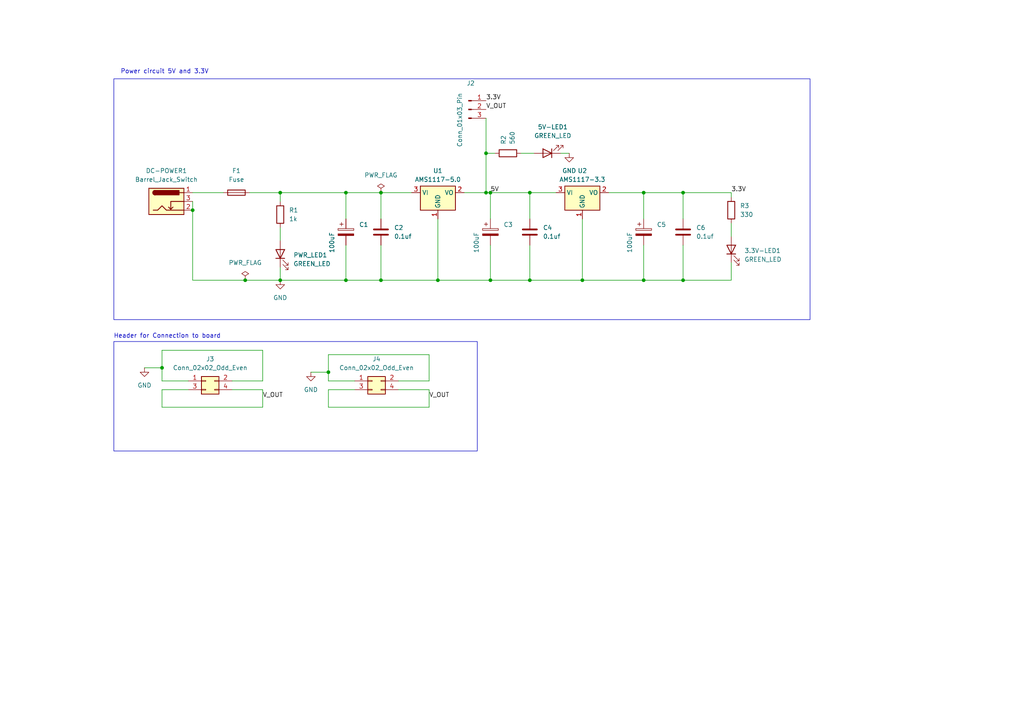
<source format=kicad_sch>
(kicad_sch (version 20250114) (generator "eeschema") (generator_version "9.0")
  (paper "A4")
  (title_block (title "Breadboard Power supply") (date "2025-10-30") (rev "1") (comment 1 "Designed by Shekhar"))
  (lib_symbols
    (symbol "Connector:Barrel_Jack_Switch" (pin_names (hide yes))
      (property "Reference" "J" (at 0 5.334 0))
      (property "Value" "Barrel_Jack_Switch" (at 0 -5.08 0))
      (symbol "Barrel_Jack_Switch_0_1"
        (rectangle (start -5.08 3.81) (end 5.08 -3.81) (stroke (width 0.254)) (fill (type background)))
        (polyline (pts (xy -3.81 -2.54) (xy -2.54 -2.54) (xy -1.27 -1.27) (xy 0 -2.54) (xy 2.54 -2.54) (xy 5.08 -2.54)) (stroke (width 0.254)))
        (arc (start -3.302 1.905) (mid -3.9343 2.54) (end -3.302 3.175) (stroke (width 0.254)))
        (arc (start -3.302 1.905) (mid -3.9343 2.54) (end -3.302 3.175) (stroke (width 0.254)) (fill (type outline)))
        (polyline (pts (xy 1.27 -2.286) (xy 1.905 -1.651)) (stroke (width 0.254)))
        (rectangle (start 3.683 3.175) (end -3.302 1.905) (stroke (width 0.254)) (fill (type outline)))
        (polyline (pts (xy 5.08 2.54) (xy 3.81 2.54)) (stroke (width 0.254)))
        (polyline (pts (xy 5.08 0) (xy 1.27 0) (xy 1.27 -2.286) (xy 0.635 -1.651)) (stroke (width 0.254)))
      )
      (symbol "Barrel_Jack_Switch_1_1"
        (pin passive line (at 7.62 2.54 180) (length 2.54) (name "~") (number "1"))
        (pin passive line (at 7.62 0 180) (length 2.54) (name "~") (number "3"))
        (pin passive line (at 7.62 -2.54 180) (length 2.54) (name "~") (number "2"))
      )
    )
    (symbol "Connector:Conn_01x03_Pin" (pin_names (offset 1.016) (hide yes))
      (property "Reference" "J" (at 0 5.08 0))
      (property "Value" "Conn_01x03_Pin" (at 0 -5.08 0))
      (symbol "Conn_01x03_Pin_1_1"
        (rectangle (start 0.8636 2.667) (end 0 2.413) (stroke (width 0.1524)) (fill (type outline)))
        (rectangle (start 0.8636 0.127) (end 0 -0.127) (stroke (width 0.1524)) (fill (type outline)))
        (rectangle (start 0.8636 -2.413) (end 0 -2.667) (stroke (width 0.1524)) (fill (type outline)))
        (polyline (pts (xy 1.27 2.54) (xy 0.8636 2.54)) (stroke (width 0.1524)))
        (polyline (pts (xy 1.27 0) (xy 0.8636 0)) (stroke (width 0.1524)))
        (polyline (pts (xy 1.27 -2.54) (xy 0.8636 -2.54)) (stroke (width 0.1524)))
        (pin passive line (at 5.08 2.54 180) (length 3.81) (name "Pin_1") (number "1"))
        (pin passive line (at 5.08 0 180) (length 3.81) (name "Pin_2") (number "2"))
        (pin passive line (at 5.08 -2.54 180) (length 3.81) (name "Pin_3") (number "3"))
      )
    )
    (symbol "Connector_Generic:Conn_02x02_Odd_Even" (pin_names (offset 1.016) (hide yes))
      (property "Reference" "J" (at 1.27 2.54 0))
      (property "Value" "Conn_02x02_Odd_Even" (at 1.27 -5.08 0))
      (symbol "Conn_02x02_Odd_Even_1_1"
        (rectangle (start -1.27 1.27) (end 3.81 -3.81) (stroke (width 0.254)) (fill (type background)))
        (rectangle (start -1.27 0.127) (end 0 -0.127) (stroke (width 0.1524)))
        (rectangle (start -1.27 -2.413) (end 0 -2.667) (stroke (width 0.1524)))
        (rectangle (start 3.81 0.127) (end 2.54 -0.127) (stroke (width 0.1524)))
        (rectangle (start 3.81 -2.413) (end 2.54 -2.667) (stroke (width 0.1524)))
        (pin passive line (at -5.08 0 0) (length 3.81) (name "Pin_1") (number "1"))
        (pin passive line (at -5.08 -2.54 0) (length 3.81) (name "Pin_3") (number "3"))
        (pin passive line (at 7.62 0 180) (length 3.81) (name "Pin_2") (number "2"))
        (pin passive line (at 7.62 -2.54 180) (length 3.81) (name "Pin_4") (number "4"))
      )
    )
    (symbol "Device:C" (pin_numbers (hide yes)) (pin_names (offset 0.254))
      (property "Reference" "C" (at 0.635 2.54 0))
      (property "Value" "C" (at 0.635 -2.54 0))
      (symbol "C_0_1"
        (polyline (pts (xy -2.032 0.762) (xy 2.032 0.762)) (stroke (width 0.508)))
        (polyline (pts (xy -2.032 -0.762) (xy 2.032 -0.762)) (stroke (width 0.508)))
      )
      (symbol "C_1_1"
        (pin passive line (at 0 3.81 270) (length 2.794) (name "~") (number "1"))
        (pin passive line (at 0 -3.81 90) (length 2.794) (name "~") (number "2"))
      )
    )
    (symbol "Device:C_Polarized" (pin_numbers (hide yes)) (pin_names (offset 0.254))
      (property "Reference" "C" (at 0.635 2.54 0))
      (property "Value" "C_Polarized" (at 0.635 -2.54 0))
      (symbol "C_Polarized_0_1"
        (rectangle (start -2.286 0.508) (end 2.286 1.016))
        (polyline (pts (xy -1.778 2.286) (xy -0.762 2.286)))
        (polyline (pts (xy -1.27 2.794) (xy -1.27 1.778)))
        (rectangle (start 2.286 -0.508) (end -2.286 -1.016) (fill (type outline)))
      )
      (symbol "C_Polarized_1_1"
        (pin passive line (at 0 3.81 270) (length 2.794) (name "~") (number "1"))
        (pin passive line (at 0 -3.81 90) (length 2.794) (name "~") (number "2"))
      )
    )
    (symbol "Device:Fuse" (pin_numbers (hide yes)) (pin_names (offset 0))
      (property "Reference" "F" (at 2.032 0 90))
      (property "Value" "Fuse" (at -1.905 0 90))
      (symbol "Fuse_0_1"
        (rectangle (start -0.762 -2.54) (end 0.762 2.54) (stroke (width 0.254)))
        (polyline (pts (xy 0 2.54) (xy 0 -2.54)))
      )
      (symbol "Fuse_1_1"
        (pin passive line (at 0 3.81 270) (length 1.27) (name "~") (number "1"))
        (pin passive line (at 0 -3.81 90) (length 1.27) (name "~") (number "2"))
      )
    )
    (symbol "Device:LED" (pin_numbers (hide yes)) (pin_names (offset 1.016) (hide yes))
      (property "Reference" "D" (at 0 2.54 0))
      (property "Value" "LED" (at 0 -2.54 0))
      (symbol "LED_0_1"
        (polyline (pts (xy -3.048 -0.762) (xy -4.572 -2.286) (xy -3.81 -2.286) (xy -4.572 -2.286) (xy -4.572 -1.524)))
        (polyline (pts (xy -1.778 -0.762) (xy -3.302 -2.286) (xy -2.54 -2.286) (xy -3.302 -2.286) (xy -3.302 -1.524)))
        (polyline (pts (xy -1.27 0) (xy 1.27 0)))
        (polyline (pts (xy -1.27 -1.27) (xy -1.27 1.27)) (stroke (width 0.254)))
        (polyline (pts (xy 1.27 -1.27) (xy 1.27 1.27) (xy -1.27 0) (xy 1.27 -1.27)) (stroke (width 0.254)))
      )
      (symbol "LED_1_1"
        (pin passive line (at -3.81 0 0) (length 2.54) (name "K") (number "1"))
        (pin passive line (at 3.81 0 180) (length 2.54) (name "A") (number "2"))
      )
    )
    (symbol "Device:R" (pin_numbers (hide yes)) (pin_names (offset 0))
      (property "Reference" "R" (at 2.032 0 90))
      (property "Value" "R" (at 0 0 90))
      (symbol "R_0_1"
        (rectangle (start -1.016 -2.54) (end 1.016 2.54) (stroke (width 0.254)))
      )
      (symbol "R_1_1"
        (pin passive line (at 0 3.81 270) (length 1.27) (name "~") (number "1"))
        (pin passive line (at 0 -3.81 90) (length 1.27) (name "~") (number "2"))
      )
    )
    (symbol "Regulator_Linear:AMS1117-3.3"
      (property "Reference" "U" (at -3.81 3.175 0))
      (property "Value" "AMS1117-3.3" (at 0 3.175 0))
      (symbol "AMS1117-3.3_0_1"
        (rectangle (start -5.08 -5.08) (end 5.08 1.905) (stroke (width 0.254)) (fill (type background)))
      )
      (symbol "AMS1117-3.3_1_1"
        (pin power_in line (at -7.62 0 0) (length 2.54) (name "VI") (number "3"))
        (pin power_in line (at 0 -7.62 90) (length 2.54) (name "GND") (number "1"))
        (pin power_out line (at 7.62 0 180) (length 2.54) (name "VO") (number "2"))
      )
    )
    (symbol "Regulator_Linear:AMS1117-5.0"
      (property "Reference" "U" (at -3.81 3.175 0))
      (property "Value" "AMS1117-5.0" (at 0 3.175 0))
      (symbol "AMS1117-5.0_0_1"
        (rectangle (start -5.08 -5.08) (end 5.08 1.905) (stroke (width 0.254)) (fill (type background)))
      )
      (symbol "AMS1117-5.0_1_1"
        (pin power_in line (at -7.62 0 0) (length 2.54) (name "VI") (number "3"))
        (pin power_in line (at 0 -7.62 90) (length 2.54) (name "GND") (number "1"))
        (pin power_out line (at 7.62 0 180) (length 2.54) (name "VO") (number "2"))
      )
    )
    (symbol "power:GND" (power) (pin_numbers (hide yes)) (pin_names (offset 0) (hide yes))
      (property "Value" "GND" (at 0 -3.81 0))
      (symbol "GND_0_1"
        (polyline (pts (xy 0 0) (xy 0 -1.27) (xy 1.27 -1.27) (xy 0 -2.54) (xy -1.27 -1.27) (xy 0 -1.27)))
      )
      (symbol "GND_1_1"
        (pin power_in line (at 0 0 270) (length 0) (name "~") (number "1"))
      )
    )
    (symbol "power:PWR_FLAG" (power) (pin_numbers (hide yes)) (pin_names (offset 0) (hide yes))
      (property "Value" "PWR_FLAG" (at 0 3.81 0))
      (symbol "PWR_FLAG_0_0"
        (pin power_out line (at 0 0 90) (length 0) (name "~") (number "1"))
      )
      (symbol "PWR_FLAG_0_1"
        (polyline (pts (xy 0 0) (xy 0 1.27) (xy -1.016 1.905) (xy 0 2.54) (xy 1.016 1.905) (xy 0 1.27)))
      )
    )
  )
  (rectangle (start 33.02 22.86) (end 234.95 92.71))
  (rectangle (start 33.02 99.06) (end 138.43 130.81))
  (text "Power circuit 5V and 3.3V\n" (at 47.752 20.828 0) (effects (font (size 1.27 1.27))))
  (text "Header for Connection to board" (at 48.514 97.536 0) (effects (font (size 1.27 1.27))))
  (junction (at 142.24 55.88))
  (junction (at 140.97 55.88))
  (junction (at 142.24 81.28))
  (junction (at 110.49 81.28))
  (junction (at 140.97 44.45))
  (junction (at 95.25 107.95))
  (junction (at 71.12 81.28))
  (junction (at 186.69 55.88))
  (junction (at 153.67 81.28))
  (junction (at 100.33 55.88))
  (junction (at 81.28 81.28))
  (junction (at 153.67 55.88))
  (junction (at 198.12 55.88))
  (junction (at 55.88 60.96))
  (junction (at 198.12 81.28))
  (junction (at 81.28 55.88))
  (junction (at 100.33 81.28))
  (junction (at 127 81.28))
  (junction (at 46.99 106.68))
  (junction (at 168.91 81.28))
  (junction (at 110.49 55.88))
  (junction (at 186.69 81.28))
  (wire (pts (xy 186.69 81.28) (xy 168.91 81.28)))
  (wire (pts (xy 186.69 71.12) (xy 186.69 81.28)))
  (wire (pts (xy 168.91 81.28) (xy 153.67 81.28)))
  (wire (pts (xy 100.33 81.28) (xy 81.28 81.28)))
  (wire (pts (xy 186.69 55.88) (xy 186.69 63.5)))
  (wire (pts (xy 198.12 55.88) (xy 212.09 55.88)))
  (wire (pts (xy 72.39 55.88) (xy 81.28 55.88)))
  (wire (pts (xy 127 63.5) (xy 127 81.28)))
  (wire (pts (xy 124.46 118.11) (xy 124.46 113.03)))
  (wire (pts (xy 110.49 71.12) (xy 110.49 81.28)))
  (wire (pts (xy 212.09 76.2) (xy 212.09 81.28)))
  (wire (pts (xy 115.57 113.03) (xy 124.46 113.03)))
  (wire (pts (xy 81.28 55.88) (xy 100.33 55.88)))
  (wire (pts (xy 81.28 81.28) (xy 81.28 77.47)))
  (wire (pts (xy 186.69 55.88) (xy 198.12 55.88)))
  (wire (pts (xy 95.25 110.49) (xy 95.25 107.95)))
  (wire (pts (xy 151.13 44.45) (xy 154.94 44.45)))
  (wire (pts (xy 55.88 58.42) (xy 55.88 60.96)))
  (wire (pts (xy 46.99 118.11) (xy 76.2 118.11)))
  (wire (pts (xy 140.97 34.29) (xy 140.97 44.45)))
  (wire (pts (xy 153.67 81.28) (xy 142.24 81.28)))
  (wire (pts (xy 134.62 55.88) (xy 140.97 55.88)))
  (wire (pts (xy 124.46 102.87) (xy 124.46 110.49)))
  (wire (pts (xy 140.97 44.45) (xy 140.97 55.88)))
  (wire (pts (xy 198.12 81.28) (xy 186.69 81.28)))
  (wire (pts (xy 110.49 55.88) (xy 119.38 55.88)))
  (wire (pts (xy 140.97 55.88) (xy 142.24 55.88)))
  (wire (pts (xy 46.99 101.6) (xy 76.2 101.6)))
  (wire (pts (xy 95.25 102.87) (xy 124.46 102.87)))
  (wire (pts (xy 168.91 63.5) (xy 168.91 81.28)))
  (wire (pts (xy 55.88 60.96) (xy 55.88 81.28)))
  (wire (pts (xy 46.99 110.49) (xy 46.99 106.68)))
  (wire (pts (xy 81.28 66.04) (xy 81.28 69.85)))
  (wire (pts (xy 110.49 81.28) (xy 100.33 81.28)))
  (wire (pts (xy 95.25 118.11) (xy 124.46 118.11)))
  (wire (pts (xy 198.12 55.88) (xy 198.12 63.5)))
  (wire (pts (xy 76.2 101.6) (xy 76.2 110.49)))
  (wire (pts (xy 100.33 55.88) (xy 100.33 63.5)))
  (wire (pts (xy 71.12 81.28) (xy 81.28 81.28)))
  (wire (pts (xy 46.99 113.03) (xy 46.99 118.11)))
  (wire (pts (xy 143.51 44.45) (xy 140.97 44.45)))
  (wire (pts (xy 41.91 106.68) (xy 46.99 106.68)))
  (wire (pts (xy 212.09 55.88) (xy 212.09 57.15)))
  (wire (pts (xy 81.28 55.88) (xy 81.28 58.42)))
  (wire (pts (xy 153.67 55.88) (xy 153.67 63.5)))
  (wire (pts (xy 142.24 55.88) (xy 142.24 63.5)))
  (wire (pts (xy 176.53 55.88) (xy 186.69 55.88)))
  (wire (pts (xy 100.33 71.12) (xy 100.33 81.28)))
  (wire (pts (xy 55.88 55.88) (xy 64.77 55.88)))
  (wire (pts (xy 102.87 110.49) (xy 95.25 110.49)))
  (wire (pts (xy 153.67 71.12) (xy 153.67 81.28)))
  (wire (pts (xy 142.24 71.12) (xy 142.24 81.28)))
  (wire (pts (xy 162.56 44.45) (xy 165.1 44.45)))
  (wire (pts (xy 153.67 55.88) (xy 161.29 55.88)))
  (wire (pts (xy 142.24 55.88) (xy 153.67 55.88)))
  (wire (pts (xy 100.33 55.88) (xy 110.49 55.88)))
  (wire (pts (xy 127 81.28) (xy 110.49 81.28)))
  (wire (pts (xy 46.99 106.68) (xy 46.99 101.6)))
  (wire (pts (xy 90.17 107.95) (xy 95.25 107.95)))
  (wire (pts (xy 142.24 81.28) (xy 127 81.28)))
  (wire (pts (xy 54.61 113.03) (xy 46.99 113.03)))
  (wire (pts (xy 212.09 64.77) (xy 212.09 68.58)))
  (wire (pts (xy 110.49 55.88) (xy 110.49 63.5)))
  (wire (pts (xy 76.2 110.49) (xy 67.31 110.49)))
  (wire (pts (xy 55.88 81.28) (xy 71.12 81.28)))
  (wire (pts (xy 54.61 110.49) (xy 46.99 110.49)))
  (wire (pts (xy 95.25 113.03) (xy 95.25 118.11)))
  (wire (pts (xy 212.09 81.28) (xy 198.12 81.28)))
  (wire (pts (xy 76.2 118.11) (xy 76.2 113.03)))
  (wire (pts (xy 124.46 110.49) (xy 115.57 110.49)))
  (wire (pts (xy 102.87 113.03) (xy 95.25 113.03)))
  (wire (pts (xy 67.31 113.03) (xy 76.2 113.03)))
  (wire (pts (xy 95.25 107.95) (xy 95.25 102.87)))
  (wire (pts (xy 198.12 71.12) (xy 198.12 81.28)))
  (label "3.3V" (at 140.97 29.21 0))
  (label "V_OUT" (at 124.46 115.57 0))
  (label "3.3V" (at 212.09 55.88 0))
  (label "V_OUT" (at 140.97 31.75 0))
  (label "5V" (at 142.24 55.88 0))
  (label "V_OUT" (at 76.2 115.57 0))
  (symbol (lib_id "Connector_Generic:Conn_02x02_Odd_Even") (at 107.95 110.49 0) (unit 1)
    (property "Reference" "J4" (at 109.22 104.14 0))
    (property "Value" "Conn_02x02_Odd_Even" (at 109.22 106.68 0))
    (property "Footprint" "Connector_PinHeader_2.54mm:PinHeader_2x02_P2.54mm_Vertical" (effects (hide yes)))
    (property "Description" "Generic connector, double row, 02x02, odd/even pin numbering scheme (row 1 odd numbers, row 2 even numbers), script generated (kicad-library-utils/schlib/autogen/connector/)" (effects (hide yes)))
  )
  (symbol (lib_id "Device:Fuse") (at 68.58 55.88 90) (unit 1)
    (property "Reference" "F1" (at 68.58 49.53 90))
    (property "Value" "Fuse" (at 68.58 52.07 90))
    (property "Footprint" "Fuse:Fuse_0805_2012Metric" (effects (hide yes)))
    (property "Description" "Fuse" (effects (hide yes)))
  )
  (symbol (lib_id "Connector_Generic:Conn_02x02_Odd_Even") (at 59.69 110.49 0) (unit 1)
    (property "Reference" "J3" (at 60.96 104.14 0))
    (property "Value" "Conn_02x02_Odd_Even" (at 60.96 106.68 0))
    (property "Footprint" "Connector_PinHeader_2.54mm:PinHeader_2x02_P2.54mm_Vertical" (effects (hide yes)))
    (property "Description" "Generic connector, double row, 02x02, odd/even pin numbering scheme (row 1 odd numbers, row 2 even numbers), script generated (kicad-library-utils/schlib/autogen/connector/)" (effects (hide yes)))
  )
  (symbol (lib_id "power:PWR_FLAG") (at 110.49 55.88 0) (unit 1)
    (property "Reference" "#FLG01" (effects (hide yes)))
    (property "Value" "PWR_FLAG" (at 110.49 50.8 0))
    (property "Description" "Special symbol for telling ERC where power comes from" (effects (hide yes)))
  )
  (symbol (lib_id "Device:R") (at 212.09 60.96 0) (unit 1)
    (property "Reference" "R3" (at 214.63 59.6899 0) (effects (justify left)))
    (property "Value" "330" (at 214.63 62.2299 0) (effects (justify left)))
    (property "Footprint" "Resistor_SMD:R_0805_2012Metric" (effects (hide yes)))
    (property "Description" "Resistor" (effects (hide yes)))
  )
  (symbol (lib_id "Device:LED") (at 81.28 73.66 90) (unit 1)
    (property "Reference" "PWR_LED1" (at 85.09 73.9774 90) (effects (justify right)))
    (property "Value" "GREEN_LED" (at 85.09 76.5174 90) (effects (justify right)))
    (property "Footprint" "LED_SMD:LED_0805_2012Metric" (effects (hide yes)))
    (property "Description" "Light emitting diode" (effects (hide yes)))
    (property "Sim.Pins" "1=K 2=A" (effects (hide yes)))
  )
  (symbol (lib_id "power:GND") (at 90.17 107.95 0) (unit 1)
    (property "Reference" "#PWR04" (effects (hide yes)))
    (property "Value" "GND" (at 90.17 113.03 0))
    (property "Description" "Power symbol creates a global label with name \"GND\" , ground" (effects (hide yes)))
  )
  (symbol (lib_id "Connector:Conn_01x03_Pin") (at 135.89 31.75 0) (unit 1)
    (property "Reference" "J2" (at 136.525 24.13 0))
    (property "Value" "Conn_01x03_Pin" (at 133.35 34.798 90))
    (property "Footprint" "Connector_PinHeader_2.54mm:PinHeader_1x03_P2.54mm_Vertical" (effects (hide yes)))
    (property "Description" "Generic connector, single row, 01x03, script generated" (effects (hide yes)))
  )
  (symbol (lib_id "power:GND") (at 41.91 106.68 0) (unit 1)
    (property "Reference" "#PWR03" (effects (hide yes)))
    (property "Value" "GND" (at 41.91 111.76 0))
    (property "Description" "Power symbol creates a global label with name \"GND\" , ground" (effects (hide yes)))
  )
  (symbol (lib_id "Device:R") (at 147.32 44.45 90) (unit 1)
    (property "Reference" "R2" (at 146.0499 41.91 0) (effects (justify left)))
    (property "Value" "560" (at 148.5899 41.91 0) (effects (justify left)))
    (property "Footprint" "Resistor_SMD:R_0805_2012Metric" (effects (hide yes)))
    (property "Description" "Resistor" (effects (hide yes)))
  )
  (symbol (lib_id "Device:C_Polarized") (at 142.24 67.31 0) (unit 1)
    (property "Reference" "C3" (at 146.05 65.1509 0) (effects (justify left)))
    (property "Value" "100uF" (at 138.176 73.406 90) (effects (justify left)))
    (property "Footprint" "Capacitor_SMD:CP_Elec_5x5.8" (effects (hide yes)))
    (property "Description" "Polarized capacitor" (effects (hide yes)))
  )
  (symbol (lib_id "Device:C_Polarized") (at 100.33 67.31 0) (unit 1)
    (property "Reference" "C1" (at 104.14 65.1509 0) (effects (justify left)))
    (property "Value" "100uF" (at 96.266 73.406 90) (effects (justify left)))
    (property "Footprint" "Capacitor_SMD:CP_Elec_5x5.8" (effects (hide yes)))
    (property "Description" "Polarized capacitor" (effects (hide yes)))
  )
  (symbol (lib_id "Device:C") (at 198.12 67.31 0) (unit 1)
    (property "Reference" "C6" (at 201.93 66.0399 0) (effects (justify left)))
    (property "Value" "0.1uf" (at 201.93 68.5799 0) (effects (justify left)))
    (property "Footprint" "Capacitor_SMD:C_0805_2012Metric" (effects (hide yes)))
    (property "Description" "Unpolarized capacitor" (effects (hide yes)))
  )
  (symbol (lib_id "Device:C") (at 153.67 67.31 0) (unit 1)
    (property "Reference" "C4" (at 157.48 66.0399 0) (effects (justify left)))
    (property "Value" "0.1uf" (at 157.48 68.5799 0) (effects (justify left)))
    (property "Footprint" "Capacitor_SMD:C_0805_2012Metric" (effects (hide yes)))
    (property "Description" "Unpolarized capacitor" (effects (hide yes)))
  )
  (symbol (lib_id "Device:R") (at 81.28 62.23 0) (unit 1)
    (property "Reference" "R1" (at 83.82 60.9599 0) (effects (justify left)))
    (property "Value" "1k" (at 83.82 63.4999 0) (effects (justify left)))
    (property "Footprint" "Resistor_SMD:R_0805_2012Metric" (effects (hide yes)))
    (property "Description" "Resistor" (effects (hide yes)))
  )
  (symbol (lib_id "Device:C_Polarized") (at 186.69 67.31 0) (unit 1)
    (property "Reference" "C5" (at 190.5 65.1509 0) (effects (justify left)))
    (property "Value" "100uF" (at 182.626 73.406 90) (effects (justify left)))
    (property "Footprint" "Capacitor_SMD:CP_Elec_5x5.8" (effects (hide yes)))
    (property "Description" "Polarized capacitor" (effects (hide yes)))
  )
  (symbol (lib_id "power:PWR_FLAG") (at 71.12 81.28 0) (unit 1)
    (property "Reference" "#FLG02" (effects (hide yes)))
    (property "Value" "PWR_FLAG" (at 71.12 76.2 0))
    (property "Description" "Special symbol for telling ERC where power comes from" (effects (hide yes)))
  )
  (symbol (lib_id "Device:LED") (at 158.75 44.45 180) (unit 1)
    (property "Reference" "5V-LED1" (at 160.3375 36.83 0))
    (property "Value" "GREEN_LED" (at 160.3375 39.37 0))
    (property "Footprint" "LED_SMD:LED_0805_2012Metric" (effects (hide yes)))
    (property "Description" "Light emitting diode" (effects (hide yes)))
    (property "Sim.Pins" "1=K 2=A" (effects (hide yes)))
  )
  (symbol (lib_id "Regulator_Linear:AMS1117-3.3") (at 168.91 55.88 0) (unit 1)
    (property "Reference" "U2" (at 168.91 49.53 0))
    (property "Value" "AMS1117-3.3" (at 168.91 52.07 0))
    (property "Footprint" "Package_TO_SOT_SMD:SOT-223-3_TabPin2" (effects (hide yes)))
    (property "Datasheet" "http://www.advanced-monolithic.com/pdf/ds1117.pdf" (effects (hide yes)))
    (property "Description" "1A Low Dropout regulator, positive, 3.3V fixed output, SOT-223" (effects (hide yes)))
  )
  (symbol (lib_id "Device:C") (at 110.49 67.31 0) (unit 1)
    (property "Reference" "C2" (at 114.3 66.0399 0) (effects (justify left)))
    (property "Value" "0.1uf" (at 114.3 68.5799 0) (effects (justify left)))
    (property "Footprint" "Capacitor_SMD:C_0805_2012Metric" (effects (hide yes)))
    (property "Description" "Unpolarized capacitor" (effects (hide yes)))
  )
  (symbol (lib_id "Device:LED") (at 212.09 72.39 90) (unit 1)
    (property "Reference" "3.3V-LED1" (at 215.9 72.7074 90) (effects (justify right)))
    (property "Value" "GREEN_LED" (at 215.9 75.2474 90) (effects (justify right)))
    (property "Footprint" "LED_SMD:LED_0805_2012Metric" (effects (hide yes)))
    (property "Description" "Light emitting diode" (effects (hide yes)))
    (property "Sim.Pins" "1=K 2=A" (effects (hide yes)))
  )
  (symbol (lib_id "Regulator_Linear:AMS1117-5.0") (at 127 55.88 0) (unit 1)
    (property "Reference" "U1" (at 127 49.53 0))
    (property "Value" "AMS1117-5.0" (at 127 52.07 0))
    (property "Footprint" "Package_TO_SOT_SMD:SOT-223-3_TabPin2" (effects (hide yes)))
    (property "Datasheet" "http://www.advanced-monolithic.com/pdf/ds1117.pdf" (effects (hide yes)))
    (property "Description" "1A Low Dropout regulator, positive, 5.0V fixed output, SOT-223" (effects (hide yes)))
  )
  (symbol (lib_id "Connector:Barrel_Jack_Switch") (at 48.26 58.42 0) (unit 1)
    (property "Reference" "DC-POWER1" (at 48.26 49.53 0))
    (property "Value" "Barrel_Jack_Switch" (at 48.26 52.07 0))
    (property "Footprint" "Connector_BarrelJack:BarrelJack_Horizontal" (effects (hide yes)))
    (property "Description" "DC Barrel Jack with an internal switch" (effects (hide yes)))
  )
  (symbol (lib_id "power:GND") (at 81.28 81.28 0) (unit 1)
    (property "Reference" "#PWR01" (effects (hide yes)))
    (property "Value" "GND" (at 81.28 86.36 0))
    (property "Description" "Power symbol creates a global label with name \"GND\" , ground" (effects (hide yes)))
  )
  (symbol (lib_id "power:GND") (at 165.1 44.45 0) (unit 1)
    (property "Reference" "#PWR02" (effects (hide yes)))
    (property "Value" "GND" (at 165.1 49.53 0))
    (property "Description" "Power symbol creates a global label with name \"GND\" , ground" (effects (hide yes)))
  )
)
</source>
